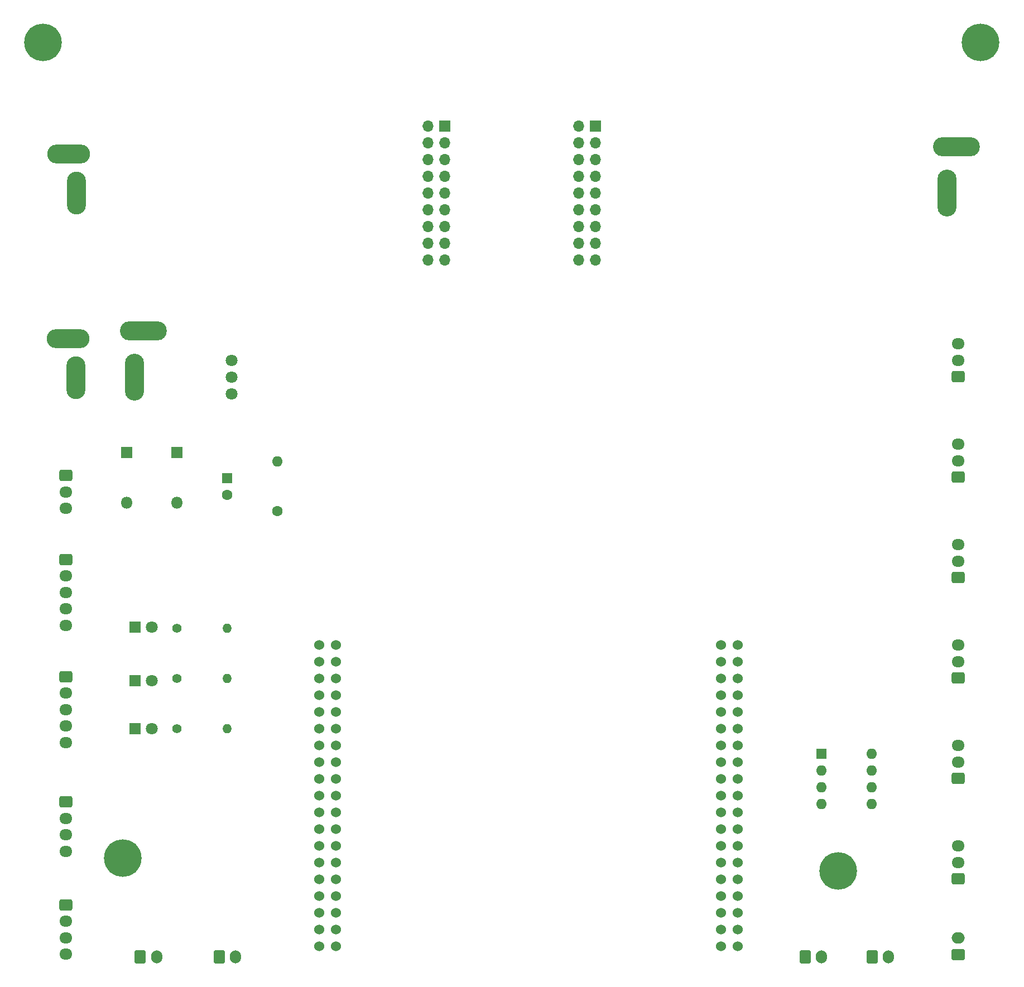
<source format=gbr>
G04 #@! TF.GenerationSoftware,KiCad,Pcbnew,7.0.2*
G04 #@! TF.CreationDate,2023-07-27T23:27:06+09:00*
G04 #@! TF.ProjectId,undercarriage_system,756e6465-7263-4617-9272-696167655f73,rev?*
G04 #@! TF.SameCoordinates,Original*
G04 #@! TF.FileFunction,Soldermask,Top*
G04 #@! TF.FilePolarity,Negative*
%FSLAX46Y46*%
G04 Gerber Fmt 4.6, Leading zero omitted, Abs format (unit mm)*
G04 Created by KiCad (PCBNEW 7.0.2) date 2023-07-27 23:27:06*
%MOMM*%
%LPD*%
G01*
G04 APERTURE LIST*
G04 Aperture macros list*
%AMRoundRect*
0 Rectangle with rounded corners*
0 $1 Rounding radius*
0 $2 $3 $4 $5 $6 $7 $8 $9 X,Y pos of 4 corners*
0 Add a 4 corners polygon primitive as box body*
4,1,4,$2,$3,$4,$5,$6,$7,$8,$9,$2,$3,0*
0 Add four circle primitives for the rounded corners*
1,1,$1+$1,$2,$3*
1,1,$1+$1,$4,$5*
1,1,$1+$1,$6,$7*
1,1,$1+$1,$8,$9*
0 Add four rect primitives between the rounded corners*
20,1,$1+$1,$2,$3,$4,$5,0*
20,1,$1+$1,$4,$5,$6,$7,0*
20,1,$1+$1,$6,$7,$8,$9,0*
20,1,$1+$1,$8,$9,$2,$3,0*%
G04 Aperture macros list end*
%ADD10C,5.700000*%
%ADD11RoundRect,0.250000X-0.600000X-0.750000X0.600000X-0.750000X0.600000X0.750000X-0.600000X0.750000X0*%
%ADD12O,1.700000X2.000000*%
%ADD13R,1.600000X1.600000*%
%ADD14C,1.600000*%
%ADD15C,1.800000*%
%ADD16R,1.700000X1.700000*%
%ADD17O,1.700000X1.700000*%
%ADD18RoundRect,0.250000X0.725000X-0.600000X0.725000X0.600000X-0.725000X0.600000X-0.725000X-0.600000X0*%
%ADD19O,1.950000X1.700000*%
%ADD20R,1.800000X1.800000*%
%ADD21O,1.800000X1.800000*%
%ADD22O,7.100000X2.900000*%
%ADD23O,2.900000X7.100000*%
%ADD24RoundRect,0.250000X-0.725000X0.600000X-0.725000X-0.600000X0.725000X-0.600000X0.725000X0.600000X0*%
%ADD25O,6.500000X2.900000*%
%ADD26O,2.900000X6.500000*%
%ADD27C,1.524000*%
%ADD28O,1.600000X1.600000*%
%ADD29RoundRect,0.250000X0.750000X-0.600000X0.750000X0.600000X-0.750000X0.600000X-0.750000X-0.600000X0*%
%ADD30O,2.000000X1.700000*%
%ADD31C,1.400000*%
%ADD32O,1.400000X1.400000*%
G04 APERTURE END LIST*
D10*
X138430000Y-143510000D03*
X29845000Y-141605000D03*
X160020000Y-17780000D03*
X17780000Y-17780000D03*
D11*
X44470000Y-156570000D03*
D12*
X46970000Y-156570000D03*
D13*
X45720000Y-83920000D03*
D14*
X45720000Y-86420000D03*
D15*
X46380000Y-66040000D03*
X46380000Y-68580000D03*
X46380000Y-71120000D03*
D16*
X78740000Y-30480000D03*
D17*
X76200000Y-30480000D03*
X78740000Y-33020000D03*
X76200000Y-33020000D03*
X78740000Y-35560000D03*
X76200000Y-35560000D03*
X78740000Y-38100000D03*
X76200000Y-38100000D03*
X78740000Y-40640000D03*
X76200000Y-40640000D03*
X78740000Y-43180000D03*
X76200000Y-43180000D03*
X78740000Y-45720000D03*
X76200000Y-45720000D03*
X78740000Y-48260000D03*
X76200000Y-48260000D03*
X78740000Y-50800000D03*
X76200000Y-50800000D03*
D11*
X32480000Y-156570000D03*
D12*
X34980000Y-156570000D03*
D16*
X101600000Y-30480000D03*
D17*
X99060000Y-30480000D03*
X101600000Y-33020000D03*
X99060000Y-33020000D03*
X101600000Y-35560000D03*
X99060000Y-35560000D03*
X101600000Y-38100000D03*
X99060000Y-38100000D03*
X101600000Y-40640000D03*
X99060000Y-40640000D03*
X101600000Y-43180000D03*
X99060000Y-43180000D03*
X101600000Y-45720000D03*
X99060000Y-45720000D03*
X101600000Y-48260000D03*
X99060000Y-48260000D03*
X101600000Y-50800000D03*
X99060000Y-50800000D03*
D18*
X156570000Y-144740000D03*
D19*
X156570000Y-142240000D03*
X156570000Y-139740000D03*
D20*
X38100000Y-80010000D03*
D21*
X38100000Y-87630000D03*
D22*
X156315000Y-33640000D03*
D23*
X154940000Y-40640000D03*
D22*
X33020000Y-61590000D03*
D23*
X31645000Y-68590000D03*
D20*
X31750000Y-106535000D03*
D15*
X34290000Y-106535000D03*
D18*
X156570000Y-68540000D03*
D19*
X156570000Y-66040000D03*
X156570000Y-63540000D03*
D18*
X156570000Y-83780000D03*
D19*
X156570000Y-81280000D03*
X156570000Y-78780000D03*
D11*
X133370000Y-156570000D03*
D12*
X135870000Y-156570000D03*
D24*
X21230000Y-114020000D03*
D19*
X21230000Y-116520000D03*
X21230000Y-119020000D03*
X21230000Y-121520000D03*
X21230000Y-124020000D03*
D18*
X156570000Y-99020000D03*
D19*
X156570000Y-96520000D03*
X156570000Y-94020000D03*
D24*
X21230000Y-133050000D03*
D19*
X21230000Y-135550000D03*
X21230000Y-138050000D03*
X21230000Y-140550000D03*
D25*
X21685000Y-34740000D03*
D26*
X22860000Y-40640000D03*
D27*
X59690000Y-109220000D03*
X62230000Y-109220000D03*
X59690000Y-111760000D03*
X62230000Y-111760000D03*
X59690000Y-114300000D03*
X62230000Y-114300000D03*
X59690000Y-116840000D03*
X62230000Y-116840000D03*
X59690000Y-119380000D03*
X62230000Y-119380000D03*
X59690000Y-121920000D03*
X62230000Y-121920000D03*
X59690000Y-124460000D03*
X62230000Y-124460000D03*
X59690000Y-127000000D03*
X62230000Y-127000000D03*
X59690000Y-129540000D03*
X62230000Y-129540000D03*
X59690000Y-132080000D03*
X62230000Y-132080000D03*
X59690000Y-134620000D03*
X62230000Y-134620000D03*
X59690000Y-137160000D03*
X62230000Y-137160000D03*
X59690000Y-139700000D03*
X62230000Y-139700000D03*
X59690000Y-142240000D03*
X62230000Y-142240000D03*
X59690000Y-144780000D03*
X62230000Y-144780000D03*
X59690000Y-147320000D03*
X62230000Y-147320000D03*
X59690000Y-149860000D03*
X62230000Y-149860000D03*
X59690000Y-152400000D03*
X62230000Y-152400000D03*
X59690000Y-154940000D03*
X62230000Y-154940000D03*
X120650000Y-109220000D03*
X123190000Y-109220000D03*
X120650000Y-111760000D03*
X123190000Y-111760000D03*
X120650000Y-114300000D03*
X123190000Y-114300000D03*
X120650000Y-116840000D03*
X123190000Y-116840000D03*
X120650000Y-119380000D03*
X123190000Y-119380000D03*
X120650000Y-121920000D03*
X123190000Y-121920000D03*
X120650000Y-124460000D03*
X123190000Y-124460000D03*
X120650000Y-127000000D03*
X123190000Y-127000000D03*
X120650000Y-129540000D03*
X123190000Y-129540000D03*
X120650000Y-132080000D03*
X123190000Y-132080000D03*
X120650000Y-134620000D03*
X123190000Y-134620000D03*
X120650000Y-137160000D03*
X123190000Y-137160000D03*
X120650000Y-139700000D03*
X123190000Y-139700000D03*
X120650000Y-142240000D03*
X123190000Y-142240000D03*
X120650000Y-144780000D03*
X123190000Y-144780000D03*
X120650000Y-147320000D03*
X123190000Y-147320000D03*
X120650000Y-149860000D03*
X123190000Y-149860000D03*
X120650000Y-152400000D03*
X123190000Y-152400000D03*
X120650000Y-154940000D03*
X123190000Y-154940000D03*
D14*
X53340000Y-88900000D03*
D28*
X53340000Y-81400000D03*
D20*
X31750000Y-114625000D03*
D15*
X34290000Y-114625000D03*
D29*
X156570000Y-156190000D03*
D30*
X156570000Y-153690000D03*
D24*
X21230000Y-148650000D03*
D19*
X21230000Y-151150000D03*
X21230000Y-153650000D03*
X21230000Y-156150000D03*
D18*
X156570000Y-129500000D03*
D19*
X156570000Y-127000000D03*
X156570000Y-124500000D03*
D31*
X38100000Y-106680000D03*
D32*
X45720000Y-106680000D03*
D24*
X21230000Y-83500000D03*
D19*
X21230000Y-86000000D03*
X21230000Y-88500000D03*
D20*
X31750000Y-121920000D03*
D15*
X34290000Y-121920000D03*
D24*
X21230000Y-96240000D03*
D19*
X21230000Y-98740000D03*
X21230000Y-101240000D03*
X21230000Y-103740000D03*
X21230000Y-106240000D03*
D31*
X38100000Y-121920000D03*
D32*
X45720000Y-121920000D03*
D18*
X156570000Y-114260000D03*
D19*
X156570000Y-111760000D03*
X156570000Y-109260000D03*
D25*
X21590000Y-62740000D03*
D26*
X22765000Y-68640000D03*
D31*
X38100000Y-114300000D03*
D32*
X45720000Y-114300000D03*
D11*
X143530000Y-156570000D03*
D12*
X146030000Y-156570000D03*
D20*
X30480000Y-80010000D03*
D21*
X30480000Y-87630000D03*
D13*
X135900000Y-125740000D03*
D28*
X135900000Y-128280000D03*
X135900000Y-130820000D03*
X135900000Y-133360000D03*
X143520000Y-133360000D03*
X143520000Y-130820000D03*
X143520000Y-128280000D03*
X143520000Y-125740000D03*
M02*

</source>
